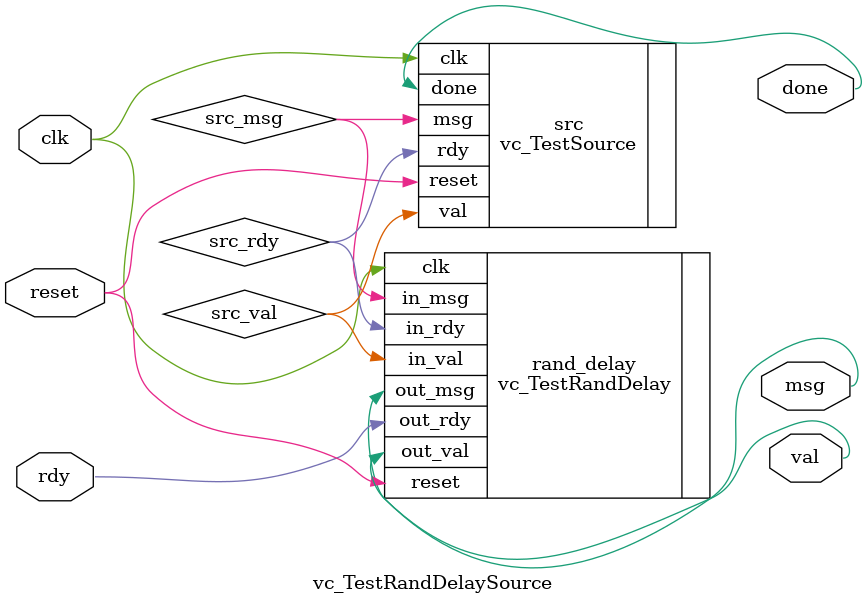
<source format=v>

`ifndef VC_TEST_RAND_DELAY_SOURCE_V
`define VC_TEST_RAND_DELAY_SOURCE_V

`include "vc-TestSource.v"
`include "vc-TestRandDelay.v"

module vc_TestRandDelaySource
#(
  parameter p_msg_sz    = 1,    // size of message to store in source
  parameter p_mem_sz    = 1024, // size of memory that stores the messages
  parameter p_max_delay = 0     // max number of cycles to delay messages
)(
  input  clk,
  input  reset,

  // Source message interface

  output                val,
  input                 rdy,
  output [p_msg_sz-1:0] msg,

  // Goes high once all source data has been issued

  output done
);

  //----------------------------------------------------------------------
  // Test source
  //----------------------------------------------------------------------

  wire                src_val;
  wire                src_rdy;
  wire [p_msg_sz-1:0] src_msg;

  vc_TestSource#(p_msg_sz,p_mem_sz) src
  (
    .clk     (clk),
    .reset   (reset),

    .val     (src_val),
    .rdy     (src_rdy),
    .msg     (src_msg),

    .done    (done)
  );

  //----------------------------------------------------------------------
  // Test random delay
  //----------------------------------------------------------------------

  vc_TestRandDelay#(p_msg_sz,p_max_delay) rand_delay
  (
    .clk     (clk),
    .reset   (reset),

    .in_val  (src_val),
    .in_rdy  (src_rdy),
    .in_msg  (src_msg),

    .out_val (val),
    .out_rdy (rdy),
    .out_msg (msg)
  );

endmodule

`endif


</source>
